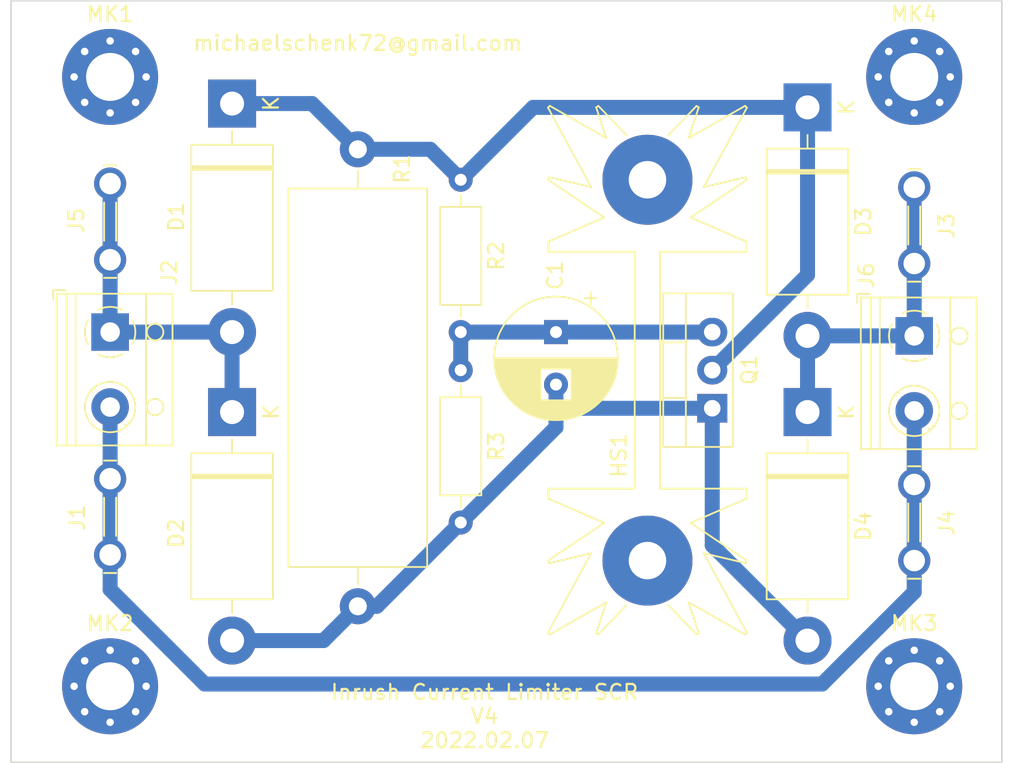
<source format=kicad_pcb>
(kicad_pcb (version 20211014) (generator pcbnew)
  (layers (0 "F.Cu" signal) (31 "B.Cu" signal) (34 "B.Paste" user) (35 "F.Paste" user) (36 "B.SilkS" user "B.Silkscreen") (37 "F.SilkS" user "F.Silkscreen") (38 "B.Mask" user) (39 "F.Mask" user) (44 "Edge.Cuts" user))
  (net 0 "")
  (net 1 "Net-(C1-Pad1)")
  (net 2 "Net-(C1-Pad2)")
  (net 3 "Net-(D1-Pad1)")
  (net 4 "Net-(D1-Pad2)")
  (net 5 "Net-(D3-Pad2)")
  (net 6 "Net-(J1-Pad1)")
  (footprint "Diode_THT:D_DO-201AD_P15.24mm_Horizontal" (layer "F.Cu") (at 131.826 83.312 -90)
    (fp_text reference "D4" (at 7.62 -3.72 90) (layer "F.SilkS"))
    (fp_text value "1N5404")
    (fp_text user "K" (at 0 -2.6 90) (layer "F.SilkS"))
    (fp_line (start 4.415 -2.72) (end 4.415 2.72) (layer "F.SilkS") (width 0.12))
    (fp_line (start 13.4 0) (end 12.49 0) (layer "F.SilkS") (width 0.12))
    (fp_line (start 12.49 -2.72) (end 2.75 -2.72) (layer "F.SilkS") (width 0.12))
    (fp_line (start 12.49 2.72) (end 12.49 -2.72) (layer "F.SilkS") (width 0.12))
    (fp_line (start 1.84 0) (end 2.75 0) (layer "F.SilkS") (width 0.12))
    (fp_line (start 4.175 -2.72) (end 4.175 2.72) (layer "F.SilkS") (width 0.12))
    (fp_line (start 4.295 -2.72) (end 4.295 2.72) (layer "F.SilkS") (width 0.12))
    (fp_line (start 2.75 -2.72) (end 2.75 2.72) (layer "F.SilkS") (width 0.12))
    (fp_line (start 2.75 2.72) (end 12.49 2.72) (layer "F.SilkS") (width 0.12))
    (pad "1" thru_hole rect (at 0 0 270) (size 3.2 3.2) (drill 1.6) (layers *.Cu *.Mask) (net 5 "Net-(D3-Pad2)"))
    (pad "2" thru_hole oval (at 15.24 0 270) (size 3.2 3.2) (drill 1.6) (layers *.Cu *.Mask) (net 2 "Net-(C1-Pad2)"))
  )
  (footprint "Resistor_THT:R_Axial_DIN0207_L6.3mm_D2.5mm_P10.16mm_Horizontal" (layer "F.Cu") (at 108.712 67.818 -90)
    (fp_text reference "R2" (at 5.08 -2.37 90) (layer "F.SilkS"))
    (fp_text value "910k")
    (fp_line (start 9.12 0) (end 8.35 0) (layer "F.SilkS") (width 0.12))
    (fp_line (start 1.04 0) (end 1.81 0) (layer "F.SilkS") (width 0.12))
    (fp_line (start 1.81 1.37) (end 8.35 1.37) (layer "F.SilkS") (width 0.12))
    (fp_line (start 1.81 -1.37) (end 1.81 1.37) (layer "F.SilkS") (width 0.12))
    (fp_line (start 8.35 -1.37) (end 1.81 -1.37) (layer "F.SilkS") (width 0.12))
    (fp_line (start 8.35 1.37) (end 8.35 -1.37) (layer "F.SilkS") (width 0.12))
    (pad "1" thru_hole circle (at 0 0 270) (size 1.6 1.6) (drill 0.8) (layers *.Cu *.Mask) (net 3 "Net-(D1-Pad1)"))
    (pad "2" thru_hole oval (at 10.16 0 270) (size 1.6 1.6) (drill 0.8) (layers *.Cu *.Mask) (net 1 "Net-(C1-Pad1)"))
  )
  (footprint "TerminalBlock_RND:TerminalBlock_RND_205-00012_1x02_P5.00mm_Horizontal" (layer "F.Cu") (at 85.344 77.978 -90)
    (fp_text reference "J2" (at -3.978 -3.956 90) (layer "F.SilkS"))
    (fp_text value "Screw_Terminal_01x02")
    (fp_line (start -2.8 3.8) (end -2.2 3.8) (layer "F.SilkS") (width 0.12))
    (fp_line (start -2.56 -2.4) (end 7.56 -2.4) (layer "F.SilkS") (width 0.12))
    (fp_line (start -2.56 2.9) (end 7.56 2.9) (layer "F.SilkS") (width 0.12))
    (fp_line (start 6.275 -1.069) (end 6.181 -0.976) (layer "F.SilkS") (width 0.12))
    (fp_line (start -2.56 3.561) (end 7.56 3.561) (layer "F.SilkS") (width 0.12))
    (fp_line (start -2.56 -4.16) (end -2.56 3.561) (layer "F.SilkS") (width 0.12))
    (fp_line (start -2.8 2.96) (end -2.8 3.8) (layer "F.SilkS") (width 0.12))
    (fp_line (start -2.56 -4.16) (end 7.56 -4.16) (layer "F.SilkS") (width 0.12))
    (fp_line (start 7.56 -4.16) (end 7.56 3.561) (layer "F.SilkS") (width 0.12))
    (fp_line (start 3.99 1.216) (end 3.931 1.274) (layer "F.SilkS") (width 0.12))
    (fp_line (start -2.56 2.3) (end 7.56 2.3) (layer "F.SilkS") (width 0.12))
    (fp_line (start 3.82 0.976) (end 3.726 1.069) (layer "F.SilkS") (width 0.12))
    (fp_line (start 6.07 -1.275) (end 6.011 -1.216) (layer "F.SilkS") (width 0.12))
    (fp_arc (start -0.789089 -1.483953) (mid -0.00005 -1.680708) (end 0.789 -1.484) (layer "F.SilkS") (width 0.12))
    (fp_arc (start 1.483953 -0.789089) (mid 1.680708 -0.00005) (end 1.484 0.789) (layer "F.SilkS") (width 0.12))
    (fp_arc (start -1.483953 0.789089) (mid -1.680708 0.00005) (end -1.484 -0.789) (layer "F.SilkS") (width 0.12))
    (fp_arc (start 0.788712 1.483352) (mid 0.406429 1.630097) (end 0 1.68) (layer "F.SilkS") (width 0.12))
    (fp_arc (start 0.029383 1.68045) (mid -0.392304 1.634281) (end -0.789 1.484) (layer "F.SilkS") (width 0.12))
    (fp_circle (center 5 0) (end 6.68 0) (layer "F.SilkS") (width 0.12) (fill none))
    (fp_circle (center 5 -3) (end 5.55 -3) (layer "F.SilkS") (width 0.12) (fill none))
    (fp_circle (center 0 -3) (end 0.55 -3) (layer "F.SilkS") (width 0.12) (fill none))
    (pad "1" thru_hole rect (at 0 0 270) (size 2.5 2.5) (drill 1.3) (layers *.Cu *.Mask) (net 4 "Net-(D1-Pad2)"))
    (pad "2" thru_hole circle (at 5 0 270) (size 2.5 2.5) (drill 1.3) (layers *.Cu *.Mask) (net 6 "Net-(J1-Pad1)"))
  )
  (footprint "kicad-snk:TE_62409-1" (layer "F.Cu") (at 138.938 90.678 90)
    (fp_text reference "J4" (at -0.022 2.162 90) (layer "F.SilkS") (effects (font (size 1.001661 1.001661))))
    (fp_text value "Conn_01x02")
    (fp_line (start 3.75 -0.4) (end 3.75 0.4) (layer "F.SilkS") (width 0.127))
    (fp_line (start -1.27 0.4) (end 1.27 0.4) (layer "F.SilkS") (width 0.127))
    (fp_line (start -3.75 -0.4) (end -3.75 0.4) (layer "F.SilkS") (width 0.127))
    (fp_line (start -1.27 -0.4) (end 1.27 -0.4) (layer "F.SilkS") (width 0.127))
    (pad "1" thru_hole circle (at -2.54 0 90) (size 2.145 2.145) (drill 1.43) (layers *.Cu *.Mask) (net 6 "Net-(J1-Pad1)"))
    (pad "2" thru_hole circle (at 2.54 0 90) (size 2.145 2.145) (drill 1.43) (layers *.Cu *.Mask) (net 6 "Net-(J1-Pad1)"))
  )
  (footprint "kicad-snk:TE_62409-1" (layer "F.Cu") (at 85.344 90.297 -90)
    (fp_text reference "J1" (at 0.053 2.194 90) (layer "F.SilkS") (effects (font (size 1.001661 1.001661))))
    (fp_text value "Conn_01x02")
    (fp_line (start -1.27 0.4) (end 1.27 0.4) (layer "F.SilkS") (width 0.127))
    (fp_line (start -1.27 -0.4) (end 1.27 -0.4) (layer "F.SilkS") (width 0.127))
    (fp_line (start 3.75 -0.4) (end 3.75 0.4) (layer "F.SilkS") (width 0.127))
    (fp_line (start -3.75 -0.4) (end -3.75 0.4) (layer "F.SilkS") (width 0.127))
    (pad "1" thru_hole circle (at -2.54 0 270) (size 2.145 2.145) (drill 1.43) (layers *.Cu *.Mask) (net 6 "Net-(J1-Pad1)"))
    (pad "2" thru_hole circle (at 2.54 0 270) (size 2.145 2.145) (drill 1.43) (layers *.Cu *.Mask) (net 6 "Net-(J1-Pad1)"))
  )
  (footprint "kicad-snk:TE_62409-1" (layer "F.Cu") (at 138.938 70.866 -90)
    (fp_text reference "J3" (at 0.034 -2.162 90) (layer "F.SilkS") (effects (font (size 1.001661 1.001661))))
    (fp_text value "Conn_01x02")
    (fp_line (start 3.75 -0.4) (end 3.75 0.4) (layer "F.SilkS") (width 0.127))
    (fp_line (start -3.75 -0.4) (end -3.75 0.4) (layer "F.SilkS") (width 0.127))
    (fp_line (start -1.27 -0.4) (end 1.27 -0.4) (layer "F.SilkS") (width 0.127))
    (fp_line (start -1.27 0.4) (end 1.27 0.4) (layer "F.SilkS") (width 0.127))
    (pad "1" thru_hole circle (at -2.54 0 270) (size 2.145 2.145) (drill 1.43) (layers *.Cu *.Mask) (net 5 "Net-(D3-Pad2)"))
    (pad "2" thru_hole circle (at 2.54 0 270) (size 2.145 2.145) (drill 1.43) (layers *.Cu *.Mask) (net 5 "Net-(D3-Pad2)"))
  )
  (footprint "MountingHole:MountingHole_3.2mm_M3_Pad_Via" (layer "F.Cu") (at 85.344 60.96)
    (fp_text reference "MK1" (at 0 -4.2) (layer "F.SilkS"))
    (fp_text value "Mounting_Hole_PAD")
    (pad "1" thru_hole circle (at 0 2.4) (size 0.8 0.8) (drill 0.5) (layers *.Cu *.Mask))
    (pad "1" thru_hole circle (at -2.4 0) (size 0.8 0.8) (drill 0.5) (layers *.Cu *.Mask))
    (pad "1" thru_hole circle (at 0 0) (size 6.4 6.4) (drill 3.2) (layers *.Cu *.Mask))
    (pad "1" thru_hole circle (at -1.697056 1.697056) (size 0.8 0.8) (drill 0.5) (layers *.Cu *.Mask))
    (pad "1" thru_hole circle (at 0 -2.4) (size 0.8 0.8) (drill 0.5) (layers *.Cu *.Mask))
    (pad "1" thru_hole circle (at 1.697056 1.697056) (size 0.8 0.8) (drill 0.5) (layers *.Cu *.Mask))
    (pad "1" thru_hole circle (at 1.697056 -1.697056) (size 0.8 0.8) (drill 0.5) (layers *.Cu *.Mask))
    (pad "1" thru_hole circle (at -1.697056 -1.697056) (size 0.8 0.8) (drill 0.5) (layers *.Cu *.Mask))
    (pad "1" thru_hole circle (at 2.4 0) (size 0.8 0.8) (drill 0.5) (layers *.Cu *.Mask))
  )
  (footprint "Package_TO_SOT_THT:TO-220-3_Vertical" (layer "F.Cu") (at 125.476 83.058 90)
    (fp_text reference "Q1" (at 2.558 2.474 90) (layer "F.SilkS"))
    (fp_text value "S6010RS2TP")
    (fp_line (start 4.391 -3.27) (end 4.391 -1.76) (layer "F.SilkS") (width 0.12))
    (fp_line (start -2.58 -1.76) (end 7.66 -1.76) (layer "F.SilkS") (width 0.12))
    (fp_line (start 0.69 -3.27) (end 0.69 -1.76) (layer "F.SilkS") (width 0.12))
    (fp_line (start -2.58 -3.27) (end -2.58 1.371) (layer "F.SilkS") (width 0.12))
    (fp_line (start 7.66 -3.27) (end 7.66 1.371) (layer "F.SilkS") (width 0.12))
    (fp_line (start -2.58 -3.27) (end 7.66 -3.27) (layer "F.SilkS") (width 0.12))
    (fp_line (start -2.58 1.371) (end 7.66 1.371) (layer "F.SilkS") (width 0.12))
    (pad "1" thru_hole rect (at 0 0 90) (size 1.905 2) (drill 1.1) (layers *.Cu *.Mask) (net 2 "Net-(C1-Pad2)"))
    (pad "2" thru_hole oval (at 2.54 0 90) (size 1.905 2) (drill 1.1) (layers *.Cu *.Mask) (net 3 "Net-(D1-Pad1)"))
    (pad "3" thru_hole oval (at 5.08 0 90) (size 1.905 2) (drill 1.1) (layers *.Cu *.Mask) (net 1 "Net-(C1-Pad1)"))
  )
  (footprint "TerminalBlock_RND:TerminalBlock_RND_205-00012_1x02_P5.00mm_Horizontal" (layer "F.Cu") (at 138.938 78.232 -90)
    (fp_text reference "J6" (at -4.032 3.188 90) (layer "F.SilkS"))
    (fp_text value "Screw_Terminal_01x02")
    (fp_line (start -2.56 -4.16) (end -2.56 3.561) (layer "F.SilkS") (width 0.12))
    (fp_line (start 6.275 -1.069) (end 6.181 -0.976) (layer "F.SilkS") (width 0.12))
    (fp_line (start 3.82 0.976) (end 3.726 1.069) (layer "F.SilkS") (width 0.12))
    (fp_line (start -2.56 3.561) (end 7.56 3.561) (layer "F.SilkS") (width 0.12))
    (fp_line (start 7.56 -4.16) (end 7.56 3.561) (layer "F.SilkS") (width 0.12))
    (fp_line (start -2.8 3.8) (end -2.2 3.8) (layer "F.SilkS") (width 0.12))
    (fp_line (start -2.56 -4.16) (end 7.56 -4.16) (layer "F.SilkS") (width 0.12))
    (fp_line (start -2.56 -2.4) (end 7.56 -2.4) (layer "F.SilkS") (width 0.12))
    (fp_line (start -2.56 2.9) (end 7.56 2.9) (layer "F.SilkS") (width 0.12))
    (fp_line (start -2.56 2.3) (end 7.56 2.3) (layer "F.SilkS") (width 0.12))
    (fp_line (start 6.07 -1.275) (end 6.011 -1.216) (layer "F.SilkS") (width 0.12))
    (fp_line (start -2.8 2.96) (end -2.8 3.8) (layer "F.SilkS") (width 0.12))
    (fp_line (start 3.99 1.216) (end 3.931 1.274) (layer "F.SilkS") (width 0.12))
    (fp_arc (start 1.483953 -0.789089) (mid 1.680708 -0.00005) (end 1.484 0.789) (layer "F.SilkS") (width 0.12))
    (fp_arc (start -1.483953 0.789089) (mid -1.680708 0.00005) (end -1.484 -0.789) (layer "F.SilkS") (width 0.12))
    (fp_arc (start 0.788712 1.483352) (mid 0.406429 1.630097) (end 0 1.68) (layer "F.SilkS") (width 0.12))
    (fp_arc (start -0.789089 -1.483953) (mid -0.00005 -1.680708) (end 0.789 -1.484) (layer "F.SilkS") (width 0.12))
    (fp_arc (start 0.029383 1.68045) (mid -0.392304 1.634281) (end -0.789 1.484) (layer "F.SilkS") (width 0.12))
    (fp_circle (center 5 -3) (end 5.55 -3) (layer "F.SilkS") (width 0.12) (fill none))
    (fp_circle (center 0 -3) (end 0.55 -3) (layer "F.SilkS") (width 0.12) (fill none))
    (fp_circle (center 5 0) (end 6.68 0) (layer "F.SilkS") (width 0.12) (fill none))
    (pad "1" thru_hole rect (at 0 0 270) (size 2.5 2.5) (drill 1.3) (layers *.Cu *.Mask) (net 5 "Net-(D3-Pad2)"))
    (pad "2" thru_hole circle (at 5 0 270) (size 2.5 2.5) (drill 1.3) (layers *.Cu *.Mask) (net 6 "Net-(J1-Pad1)"))
  )
  (footprint "MountingHole:MountingHole_3.2mm_M3_Pad_Via" (layer "F.Cu") (at 138.938 60.96)
    (fp_text reference "MK4" (at 0 -4.2) (layer "F.SilkS"))
    (fp_text value "Mounting_Hole_PAD")
    (pad "1" thru_hole circle (at -1.697056 -1.697056) (size 0.8 0.8) (drill 0.5) (layers *.Cu *.Mask))
    (pad "1" thru_hole circle (at 0 2.4) (size 0.8 0.8) (drill 0.5) (layers *.Cu *.Mask))
    (pad "1" thru_hole circle (at 2.4 0) (size 0.8 0.8) (drill 0.5) (layers *.Cu *.Mask))
    (pad "1" thru_hole circle (at -2.4 0) (size 0.8 0.8) (drill 0.5) (layers *.Cu *.Mask))
    (pad "1" thru_hole circle (at -1.697056 1.697056) (size 0.8 0.8) (drill 0.5) (layers *.Cu *.Mask))
    (pad "1" thru_hole circle (at 1.697056 1.697056) (size 0.8 0.8) (drill 0.5) (layers *.Cu *.Mask))
    (pad "1" thru_hole circle (at 0 -2.4) (size 0.8 0.8) (drill 0.5) (layers *.Cu *.Mask))
    (pad "1" thru_hole circle (at 0 0) (size 6.4 6.4) (drill 3.2) (layers *.Cu *.Mask))
    (pad "1" thru_hole circle (at 1.697056 -1.697056) (size 0.8 0.8) (drill 0.5) (layers *.Cu *.Mask))
  )
  (footprint "Diode_THT:D_DO-201AD_P15.24mm_Horizontal" (layer "F.Cu") (at 93.472 62.738 -90)
    (fp_text reference "D1" (at 7.562 3.722 90) (layer "F.SilkS"))
    (fp_text value "1N5404")
    (fp_text user "K" (at 0 -2.6 90) (layer "F.SilkS"))
    (fp_line (start 2.75 2.72) (end 12.49 2.72) (layer "F.SilkS") (width 0.12))
    (fp_line (start 13.4 0) (end 12.49 0) (layer "F.SilkS") (width 0.12))
    (fp_line (start 1.84 0) (end 2.75 0) (layer "F.SilkS") (width 0.12))
    (fp_line (start 12.49 2.72) (end 12.49 -2.72) (layer "F.SilkS") (width 0.12))
    (fp_line (start 4.295 -2.72) (end 4.295 2.72) (layer "F.SilkS") (width 0.12))
    (fp_line (start 4.415 -2.72) (end 4.415 2.72) (layer "F.SilkS") (width 0.12))
    (fp_line (start 4.175 -2.72) (end 4.175 2.72) (layer "F.SilkS") (width 0.12))
    (fp_line (start 2.75 -2.72) (end 2.75 2.72) (layer "F.SilkS") (width 0.12))
    (fp_line (start 12.49 -2.72) (end 2.75 -2.72) (layer "F.SilkS") (width 0.12))
    (pad "1" thru_hole rect (at 0 0 270) (size 3.2 3.2) (drill 1.6) (layers *.Cu *.Mask) (net 3 "Net-(D1-Pad1)"))
    (pad "2" thru_hole oval (at 15.24 0 270) (size 3.2 3.2) (drill 1.6) (layers *.Cu *.Mask) (net 4 "Net-(D1-Pad2)"))
  )
  (footprint "Capacitor_THT:CP_Radial_D8.0mm_P3.50mm" (layer "F.Cu") (at 115.062 77.978 -90)
    (fp_text reference "C1" (at -3.778 0.062 90) (layer "F.SilkS"))
    (fp_text value "100uF/50V")
    (fp_line (start 3.911 -3.469) (end 3.911 -1.04) (layer "F.SilkS") (width 0.12))
    (fp_line (start 3.071 1.04) (end 3.071 3.863) (layer "F.SilkS") (width 0.12))
    (fp_line (start 2.39 -4.03) (end 2.39 4.03) (layer "F.SilkS") (width 0.12))
    (fp_line (start 4.231 -3.25) (end 4.231 -1.04) (layer "F.SilkS") (width 0.12))
    (fp_line (start 4.711 -2.826) (end 4.711 2.826) (layer "F.SilkS") (width 0.12))
    (fp_line (start 4.111 -3.338) (end 4.111 -1.04) (layer "F.SilkS") (width 0.12))
    (fp_line (start 2.631 -3.985) (end 2.631 -1.04) (layer "F.SilkS") (width 0.12))
    (fp_line (start 5.271 -2.102) (end 5.271 2.102) (layer "F.SilkS") (width 0.12))
    (fp_line (start 5.511 -1.645) (end 5.511 1.645) (layer "F.SilkS") (width 0.12))
    (fp_line (start 2.631 1.04) (end 2.631 3.985) (layer "F.SilkS") (width 0.12))
    (fp_line (start 2.671 -3.976) (end 2.671 -1.04) (layer "F.SilkS") (width 0.12))
    (fp_line (start 3.711 -3.584) (end 3.711 -1.04) (layer "F.SilkS") (width 0.12))
    (fp_line (start 5.191 -2.228) (end 5.191 2.228) (layer "F.SilkS") (width 0.12))
    (fp_line (start 3.351 -3.757) (end 3.351 -1.04) (layer "F.SilkS") (width 0.12))
    (fp_line (start 3.831 1.04) (end 3.831 3.517) (layer "F.SilkS") (width 0.12))
    (fp_line (start 4.671 -2.867) (end 4.671 2.867) (layer "F.SilkS") (width 0.12))
    (fp_line (start 3.271 1.04) (end 3.271 3.79) (layer "F.SilkS") (width 0.12))
    (fp_line (start 4.271 -3.22) (end 4.271 -1.04) (layer "F.SilkS") (width 0.12))
    (fp_line (start 5.551 -1.552) (end 5.551 1.552) (layer "F.SilkS") (width 0.12))
    (fp_line (start 3.591 -3.647) (end 3.591 -1.04) (layer "F.SilkS") (width 0.12))
    (fp_line (start 4.351 -3.156) (end 4.351 -1.04) (layer "F.SilkS") (width 0.12))
    (fp_line (start 2.671 1.04) (end 2.671 3.976) (layer "F.SilkS") (width 0.12))
    (fp_line (start 3.071 -3.863) (end 3.071 -1.04) (layer "F.SilkS") (width 0.12))
    (fp_line (start 3.951 1.04) (end 3.951 3.444) (layer "F.SilkS") (width 0.12))
    (fp_line (start 2.23 -4.052) (end 2.23 4.052) (layer "F.SilkS") (width 0.12))
    (fp_line (start 5.631 -1.346) (end 5.631 1.346) (layer "F.SilkS") (width 0.12))
    (fp_line (start 3.391 1.04) (end 3.391 3.74) (layer "F.SilkS") (width 0.12))
    (fp_line (start 2.711 1.04) (end 2.711 3.967) (layer "F.SilkS") (width 0.12))
    (fp_line (start 4.071 -3.365) (end 4.071 -1.04) (layer "F.SilkS") (width 0.12))
    (fp_line (start 2.15 -4.061) (end 2.15 4.061) (layer "F.SilkS") (width 0.12))
    (fp_line (start 2.791 1.04) (end 2.791 3.947) (layer "F.SilkS") (width 0.12))
    (fp_line (start 2.751 1.04) (end 2.751 3.957) (layer "F.SilkS") (width 0.12))
    (fp_line (start 4.431 -3.09) (end 4.431 -1.04) (layer "F.SilkS") (width 0.12))
    (fp_line (start 5.031 -2.454) (end 5.031 2.454) (layer "F.SilkS") (width 0.12))
    (fp_line (start 3.791 -3.54) (end 3.791 -1.04) (layer "F.SilkS") (width 0.12))
    (fp_line (start 5.071 -2.4) (end 5.071 2.4) (layer "F.SilkS") (width 0.12))
    (fp_line (start 2.911 1.04) (end 2.911 3.914) (layer "F.SilkS") (width 0.12))
    (fp_line (start 3.111 1.04) (end 3.111 3.85) (layer "F.SilkS") (width 0.12))
    (fp_line (start 3.591 1.04) (end 3.591 3.647) (layer "F.SilkS") (width 0.12))
    (fp_line (start 3.511 1.04) (end 3.511 3.686) (layer "F.SilkS") (width 0.12))
    (fp_line (start 2.35 -4.037) (end 2.35 4.037) (layer "F.SilkS") (width 0.12))
    (fp_line (start 4.111 1.04) (end 4.111 3.338) (layer "F.SilkS") (width 0.12))
    (fp_line (start 2.871 -3.925) (end 2.871 -1.04) (layer "F.SilkS") (width 0.12))
    (fp_line (start 3.991 -3.418) (end 3.991 -1.04) (layer "F.SilkS") (width 0.12))
    (fp_line (start 1.87 -4.079) (end 1.87 4.079) (layer "F.SilkS") (width 0.12))
    (fp_line (start 4.471 -3.055) (end 4.471 -1.04) (layer "F.SilkS") (width 0.12))
    (fp_line (start 5.671 -1.229) (end 5.671 1.229) (layer "F.SilkS") (width 0.12))
    (fp_line (start 3.151 1.04) (end 3.151 3.835) (layer "F.SilkS") (width 0.12))
    (fp_line (start 5.471 -1.731) (end 5.471 1.731) (layer "F.SilkS") (width 0.12))
    (fp_line (start 2.551 -4.002) (end 2.551 -1.04) (layer "F.SilkS") (width 0.12))
    (fp_line (start 2.951 1.04) (end 2.951 3.902) (layer "F.SilkS") (width 0.12))
    (fp_line (start 4.311 -3.189) (end 4.311 -1.04) (layer "F.SilkS") (width 0.12))
    (fp_line (start 3.911 1.04) (end 3.911 3.469) (layer "F.SilkS") (width 0.12))
    (fp_line (start 2.07 -4.068) (end 2.07 4.068) (layer "F.SilkS") (width 0.12))
    (fp_line (start 4.511 -3.019) (end 4.511 -1.04) (layer "F.SilkS") (width 0.12))
    (fp_line (start 4.831 -2.697) (end 4.831 2.697) (layer "F.SilkS") (width 0.12))
    (fp_line (start 5.151 -2.287) (end 5.151 2.287) (layer "F.SilkS") (width 0.12))
    (fp_line (start 2.11 -4.065) (end 2.11 4.065) (layer "F.SilkS") (width 0.12))
    (fp_line (start 3.671 -3.606) (end 3.671 -1.04) (layer "F.SilkS") (width 0.12))
    (fp_line (start 4.631 -2.907) (end 4.631 2.907) (layer "F.SilkS") (width 0.12))
    (fp_line (start 5.751 -0.948) (end 5.751 0.948) (layer "F.SilkS") (width 0.12))
    (fp_line (start 3.631 1.04) (end 3.631 3.627) (layer "F.SilkS") (width 0.12))
    (fp_line (start 3.431 -3.722) (end 3.431 -1.04) (layer "F.SilkS") (width 0.12))
    (fp_line (start 4.071 1.04) (end 4.071 3.365) (layer "F.SilkS") (width 0.12))
    (fp_line (start 1.95 -4.076) (end 1.95 4.076) (layer "F.SilkS") (width 0.12))
    (fp_line (start 3.111 -3.85) (end 3.111 -1.04) (layer "F.SilkS") (width 0.12))
    (fp_line (start 2.471 -4.017) (end 2.471 -1.04) (layer "F.SilkS") (width 0.12))
    (fp_line (start 2.831 -3.936) (end 2.831 -1.04) (layer "F.SilkS") (width 0.12))
    (fp_line (start 3.471 -3.704) (end 3.471 -1.04) (layer "F.SilkS") (width 0.12))
    (fp_line (start 3.311 -3.774) (end 3.311 -1.04) (layer "F.SilkS") (width 0.12))
    (fp_line (start 3.631 -3.627) (end 3.631 -1.04) (layer "F.SilkS") (width 0.12))
    (fp_line (start 4.431 1.04) (end 4.431 3.09) (layer "F.SilkS") (width 0.12))
    (fp_line (start 4.951 -2.556) (end 4.951 2.556) (layer "F.SilkS") (width 0.12))
    (fp_line (start 1.91 -4.077) (end 1.91 4.077) (layer "F.SilkS") (width 0.12))
    (fp_line (start 3.151 -3.835) (end 3.151 -1.04) (layer "F.SilkS") (width 0.12))
    (fp_line (start 3.551 -3.666) (end 3.551 -1.04) (layer "F.SilkS") (width 0.12))
    (fp_line (start 3.871 1.04) (end 3.871 3.493) (layer "F.SilkS") (width 0.12))
    (fp_line (start 3.191 1.04) (end 3.191 3.821) (layer "F.SilkS") (width 0.12))
    (fp_line (start 4.511 1.04) (end 4.511 3.019) (layer "F.SilkS") (width 0.12))
    (fp_line (start 2.991 1.04) (end 2.991 3.889) (layer "F.SilkS") (width 0.12))
    (fp_line (start 3.231 -3.805) (end 3.231 -1.04) (layer "F.SilkS") (width 0.12))
    (fp_line (start 2.511 1.04) (end 2.511 4.01) (layer "F.SilkS") (width 0.12))
    (fp_line (start 5.391 -1.89) (end 5.391 1.89) (layer "F.SilkS") (width 0.12))
    (fp_line (start 5.591 -1.453) (end 5.591 1.453) (layer "F.SilkS") (width 0.12))
    (fp_line (start 3.391 -3.74) (end 3.391 -1.04) (layer "F.SilkS") (width 0.12))
    (fp_line (start 4.871 -2.651) (end 4.871 2.651) (layer "F.SilkS") (width 0.12))
    (fp_line (start 2.871 1.04) (end 2.871 3.925) (layer "F.SilkS") (width 0.12))
    (fp_line (start 3.231 1.04) (end 3.231 3.805) (layer "F.SilkS") (width 0.12))
    (fp_line (start 5.431 -1.813) (end 5.431 1.813) (layer "F.SilkS") (width 0.12))
    (fp_line (start 4.151 -3.309) (end 4.151 -1.04) (layer "F.SilkS") (width 0.12))
    (fp_line (start 3.271 -3.79) (end 3.271 -1.04) (layer "F.SilkS") (width 0.12))
    (fp_line (start 3.031 1.04) (end 3.031 3.877) (layer "F.SilkS") (width 0.12))
    (fp_line (start 2.27 -4.048) (end 2.27 4.048) (layer "F.SilkS") (width 0.12))
    (fp_line (start 2.03 -4.071) (end 2.03 4.071) (layer "F.SilkS") (width 0.12))
    (fp_line (start 2.551 1.04) (end 2.551 4.002) (layer "F.SilkS") (width 0.12))
    (fp_line (start 5.791 -0.768) (end 5.791 0.768) (layer "F.SilkS") (width 0.12))
    (fp_line (start 3.431 1.04) (end 3.431 3.722) (layer "F.SilkS") (width 0.12))
    (fp_line (start 4.191 1.04) (end 4.191 3.28) (layer "F.SilkS") (width 0.12))
    (fp_line (start 4.031 1.04) (end 4.031 3.392) (layer "F.SilkS") (width 0.12))
    (fp_line (start 3.951 -3.444) (end 3.951 -1.04) (layer "F.SilkS") (width 0.12))
    (fp_line (start 4.031 -3.392) (end 4.031 -1.04) (layer "F.SilkS") (width 0.12))
    (fp_line (start 2.751 -3.957) (end 2.751 -1.04) (layer "F.SilkS") (width 0.12))
    (fp_line (start 4.751 -2.784) (end 4.751 2.784) (layer "F.SilkS") (width 0.12))
    (fp_line (start 3.671 1.04) (end 3.671 3.606) (layer "F.SilkS") (width 0.12))
    (fp_line (start 3.711 1.04) (end 3.711 3.584) (layer "F.SilkS") (width 0.12))
    (fp_line (start -2.659698 -2.315) (end -1.859698 -2.315) (layer "F.SilkS") (width 0.12))
    (fp_line (start 3.991 1.04) (end 3.991 3.418) (layer "F.SilkS") (width 0.12))
    (fp_line (start 4.911 -2.604) (end 4.911 2.604) (layer "F.SilkS") (width 0.12))
    (fp_line (start 2.951 -3.902) (end 2.951 -1.04) (layer "F.SilkS") (width 0.12))
    (fp_line (start 5.311 -2.034) (end 5.311 2.034) (layer "F.SilkS") (width 0.12))
    (fp_line (start 2.43 -4.024) (end 2.43 4.024) (layer "F.SilkS") (width 0.12))
    (fp_line (start 3.751 1.04) (end 3.751 3.562) (layer "F.SilkS") (width 0.12))
    (fp_line (start 4.391 1.04) (end 4.391 3.124) (layer "F.SilkS") (width 0.12))
    (fp_line (start 1.75 -4.08) (end 1.75 4.08) (layer "F.SilkS") (width 0.12))
    (fp_line (start 2.831 1.04) (end 2.831 3.936) (layer "F.SilkS") (width 0.12))
    (fp_line (start 2.19 -4.057) (end 2.19 4.057) (layer "F.SilkS") (width 0.12))
    (fp_line (start 5.231 -2.166) (end 5.231 2.166) (layer "F.SilkS") (width 0.12))
    (fp_line (start 2.591 -3.994) (end 2.591 -1.04) (layer "F.SilkS") (width 0.12))
    (fp_line (start 1.99 -4.074) (end 1.99 4.074) (layer "F.SilkS") (width 0.12))
    (fp_line (start 3.511 -3.686) (end 3.511 -1.04) (layer "F.SilkS") (width 0.12))
    (fp_line (start 5.111 -2.345) (end 5.111 2.345) (layer "F.SilkS") (width 0.12))
    (fp_line (start 4.791 -2.741) (end 4.791 2.741) (layer "F.SilkS") (width 0.12))
    (fp_line (start 2.791 -3.947) (end 2.791 -1.04) (layer "F.SilkS") (width 0.12))
    (fp_line (start 2.711 -3.967) (end 2.711 -1.04) (layer "F.SilkS") (width 0.12))
    (fp_line (start 5.831 -0.533) (end 5.831 0.533) (layer "F.SilkS") (width 0.12))
    (fp_line (start 3.831 -3.517) (end 3.831 -1.04) (layer "F.SilkS") (width 0.12))
    (fp_line (start 3.471 1.04) (end 3.471 3.704) (layer "F.SilkS") (width 0.12))
    (fp_line (start 3.351 1.04) (end 3.351 3.757) (layer "F.SilkS") (width 0.12))
    (fp_line (start 4.551 -2.983) (end 4.551 2.983) (layer "F.SilkS") (width 0.12))
    (fp_line (start 4.991 -2.505) (end 4.991 2.505) (layer "F.SilkS") (width 0.12))
    (fp_line (start 3.311 1.04) (end 3.311 3.774) (layer "F.SilkS") (width 0.12))
    (fp_line (start 2.511 -4.01) (end 2.511 -1.04) (layer "F.SilkS") (width 0.12))
    (fp_line (start 1.83 -4.08) (end 1.83 4.08) (layer "F.SilkS") (width 0.12))
    (fp_line (start 4.271 1.04) (end 4.271 3.22) (layer "F.SilkS") (width 0.12))
    (fp_line (start 3.031 -3.877) (end 3.031 -1.04) (layer "F.SilkS") (width 0.12))
    (fp_line (start 4.151 1.04) (end 4.151 3.309) (layer "F.SilkS") (width 0.12))
    (fp_line (start 2.471 1.04) (end 2.471 4.017) (layer "F.SilkS") (width 0.12))
    (fp_line (start 3.551 1.04) (end 3.551 3.666) (layer "F.SilkS") (width 0.12))
    (fp_line (start 4.231 1.04) (end 4.231 3.25) (layer "F.SilkS") (width 0.12))
    (fp_line (start 3.191 -3.821) (end 3.191 -1.04) (layer "F.SilkS") (width 0.12))
    (fp_line (start 3.791 1.04) (end 3.791 3.54) (layer "F.SilkS") (width 0.12))
    (fp_line (start 1.79 -4.08) (end 1.79 4.08) (layer "F.SilkS") (width 0.12))
    (fp_line (start 4.191 -3.28) (end 4.191 -1.04) (layer "F.SilkS") (width 0.12))
    (fp_line (start 2.911 -3.914) (end 2.911 -1.04) (layer "F.SilkS") (width 0.12))
    (fp_line (start 2.591 1.04) (end 2.591 3.994) (layer "F.SilkS") (width 0.12))
    (fp_line (start -2.259698 -2.715) (end -2.259698 -1.915) (layer "F.SilkS") (width 0.12))
    (fp_line (start 2.991 -3.889) (end 2.991 -1.04) (layer "F.SilkS") (width 0.12))
    (fp_line (start 4.591 -2.945) (end 4.591 2.945) (layer "F.SilkS") (width 0.12))
    (fp_line (start 2.31 -4.042) (end 2.31 4.042) (layer "F.SilkS") (width 0.12))
    (fp_line (start 3.871 -3.493) (end 3.871 -1.04) (layer "F.SilkS") (width 0.12))
    (fp_line (start 5.711 -1.098) (end 5.711 1.098) (layer "F.SilkS") (width 0.12))
    (fp_line (start 4.471 1.04) (end 4.471 3.055) (layer "F.SilkS") (width 0.12))
    (fp_line (start 3.751 -3.562) (end 3.751 -1.04) (layer "F.SilkS") (width 0.12))
    (fp_line (start 4.311 1.04) (end 4.311 3.189) (layer "F.SilkS") (width 0.12))
    (fp_line (start 5.351 -1.964) (end 5.351 1.964) (layer "F.SilkS") (width 0.12))
    (fp_line (start 4.391 -3.124) (end 4.391 -1.04) (layer "F.SilkS") (width 0.12))
    (fp_line (start 4.351 1.04) (end 4.351 3.156) (layer "F.SilkS") (width 0.12))
    (fp_circle (center 1.75 0) (end 5.87 0) (layer "F.SilkS") (width 0.12) (fill none))
    (pad "1" thru_hole rect (at 0 0 270) (size 1.6 1.6) (drill 0.8) (layers *.Cu *.Mask) (net 1 "Net-(C1-Pad1)"))
    (pad "2" thru_hole circle (at 3.5 0 270) (size 1.6 1.6) (drill 0.8) (layers *.Cu *.Mask) (net 2 "Net-(C1-Pad2)"))
  )
  (footprint "Resistor_THT:R_Axial_DIN0207_L6.3mm_D2.5mm_P10.16mm_Horizontal" (layer "F.Cu") (at 108.712 80.518 -90)
    (fp_text reference "R3" (at 5.08 -2.37 90) (layer "F.SilkS"))
    (fp_text value "69k")
    (fp_line (start 8.35 -1.37) (end 1.81 -1.37) (layer "F.SilkS") (width 0.12))
    (fp_line (start 1.04 0) (end 1.81 0) (layer "F.SilkS") (width 0.12))
    (fp_line (start 1.81 1.37) (end 8.35 1.37) (layer "F.SilkS") (width 0.12))
    (fp_line (start 1.81 -1.37) (end 1.81 1.37) (layer "F.SilkS") (width 0.12))
    (fp_line (start 8.35 1.37) (end 8.35 -1.37) (layer "F.SilkS") (width 0.12))
    (fp_line (start 9.12 0) (end 8.35 0) (layer "F.SilkS") (width 0.12))
    (pad "1" thru_hole circle (at 0 0 270) (size 1.6 1.6) (drill 0.8) (layers *.Cu *.Mask) (net 1 "Net-(C1-Pad1)"))
    (pad "2" thru_hole oval (at 10.16 0 270) (size 1.6 1.6) (drill 0.8) (layers *.Cu *.Mask) (net 2 "Net-(C1-Pad2)"))
  )
  (footprint "Diode_THT:D_DO-201AD_P15.24mm_Horizontal" (layer "F.Cu") (at 131.826 62.992 -90)
    (fp_text reference "D3" (at 7.62 -3.72 90) (layer "F.SilkS"))
    (fp_text value "1N5404")
    (fp_text user "K" (at 0 -2.6 90) (layer "F.SilkS"))
    (fp_line (start 2.75 -2.72) (end 2.75 2.72) (layer "F.SilkS") (width 0.12))
    (fp_line (start 12.49 2.72) (end 12.49 -2.72) (layer "F.SilkS") (width 0.12))
    (fp_line (start 4.295 -2.72) (end 4.295 2.72) (layer "F.SilkS") (width 0.12))
    (fp_line (start 4.415 -2.72) (end 4.415 2.72) (layer "F.SilkS") (width 0.12))
    (fp_line (start 12.49 -2.72) (end 2.75 -2.72) (layer "F.SilkS") (width 0.12))
    (fp_line (start 1.84 0) (end 2.75 0) (layer "F.SilkS") (width 0.12))
    (fp_line (start 13.4 0) (end 12.49 0) (layer "F.SilkS") (width 0.12))
    (fp_line (start 4.175 -2.72) (end 4.175 2.72) (layer "F.SilkS") (width 0.12))
    (fp_line (start 2.75 2.72) (end 12.49 2.72) (layer "F.SilkS") (width 0.12))
    (pad "1" thru_hole rect (at 0 0 270) (size 3.2 3.2) (drill 1.6) (layers *.Cu *.Mask) (net 3 "Net-(D1-Pad1)"))
    (pad "2" thru_hole oval (at 15.24 0 270) (size 3.2 3.2) (drill 1.6) (layers *.Cu *.Mask) (net 5 "Net-(D3-Pad2)"))
  )
  (footprint "kicad-snk:TE_62409-1" (layer "F.Cu") (at 85.344 70.612 90)
    (fp_text reference "J5" (at 0.062 -2.244 90) (layer "F.SilkS") (effects (font (size 1.001661 1.001661))))
    (fp_text value "Conn_01x02")
    (fp_line (start 3.75 -0.4) (end 3.75 0.4) (layer "F.SilkS") (width 0.127))
    (fp_line (start -1.27 -0.4) (end 1.27 -0.4) (layer "F.SilkS") (width 0.127))
    (fp_line (start -1.27 0.4) (end 1.27 0.4) (layer "F.SilkS") (width 0.127))
    (fp_line (start -3.75 -0.4) (end -3.75 0.4) (layer "F.SilkS") (width 0.127))
    (pad "1" thru_hole circle (at -2.54 0 90) (size 2.145 2.145) (drill 1.43) (layers *.Cu *.Mask) (net 4 "Net-(D1-Pad2)"))
    (pad "2" thru_hole circle (at 2.54 0 90) (size 2.145 2.145) (drill 1.43) (layers *.Cu *.Mask) (net 4 "Net-(D1-Pad2)"))
  )
  (footprint "Heatsink:Heatsink_Fischer_SK104-STC-STIC_35x13mm_2xDrill2.5mm" (layer "F.Cu") (at 121.158 80.518 90)
    (fp_text reference "HS1" (at -5.682 -1.908 90) (layer "F.SilkS"))
    (fp_text value "Heatsink")
    (fp_line (start 17.51 -6.63) (end 17.63 -6.51) (layer "F.SilkS") (width 0.12))
    (fp_line (start 0 0.85) (end -7.9 0.85) (layer "F.SilkS") (width 0.12))
    (fp_line (start 0 -0.85) (end 7.9 -0.85) (layer "F.SilkS") (width 0.12))
    (fp_line (start -10.19 2.89) (end -12.69 6.61) (layer "F.SilkS") (width 0.12))
    (fp_line (start -17.62 -3.27) (end -15.66 -1.38) (layer "F.SilkS") (width 0.12))
    (fp_line (start -17.51 6.63) (end -17.63 6.51) (layer "F.SilkS") (width 0.12))
    (fp_line (start 8.57 -6.6) (end 10.18 -2.89) (layer "F.SilkS") (width 0.12))
    (fp_line (start 15.48 2.74) (end 17.53 3.42) (layer "F.SilkS") (width 0.12))
    (fp_line (start -8.57 6.6) (end -10.18 2.89) (layer "F.SilkS") (width 0.12))
    (fp_line (start -10.19 -2.89) (end -12.69 -6.61) (layer "F.SilkS") (width 0.12))
    (fp_line (start -7.9 0.85) (end -7.9 6.6) (layer "F.SilkS") (width 0.12))
    (fp_line (start 12.21 -3.75) (end 17.51 -6.63) (layer "F.SilkS") (width 0.12))
    (fp_line (start 7.9 -0.85) (end 7.9 -6.6) (layer "F.SilkS") (width 0.12))
    (fp_line (start -12.69 -6.61) (end -12.87 -6.55) (layer "F.SilkS") (width 0.12))
    (fp_line (start -12.87 -6.55) (end -12.21 -3.75) (layer "F.SilkS") (width 0.12))
    (fp_line (start 8.57 6.6) (end 10.18 2.89) (layer "F.SilkS") (width 0.12))
    (fp_line (start -12.21 -3.75) (end -17.51 -6.63) (layer "F.SilkS") (width 0.12))
    (fp_line (start -17.51 -6.63) (end -17.63 -6.51) (layer "F.SilkS") (width 0.12))
    (fp_line (start 17.63 6.51) (end 15.48 2.74) (layer "F.SilkS") (width 0.12))
    (fp_line (start 7.9 -6.6) (end 8.57 -6.6) (layer "F.SilkS") (width 0.12))
    (fp_line (start 12.69 -6.61) (end 12.87 -6.55) (layer "F.SilkS") (width 0.12))
    (fp_line (start -17.53 3.42) (end -17.62 3.27) (layer "F.SilkS") (width 0.12))
    (fp_line (start 12.87 -6.55) (end 12.21 -3.75) (layer "F.SilkS") (width 0.12))
    (fp_line (start -7.9 -6.6) (end -8.57 -6.6) (layer "F.SilkS") (width 0.12))
    (fp_line (start 10.19 2.89) (end 12.69 6.61) (layer "F.SilkS") (width 0.12))
    (fp_line (start 17.53 -3.42) (end 17.62 -3.27) (layer "F.SilkS") (width 0.12))
    (fp_line (start -12.21 3.75) (end -17.51 6.63) (layer "F.SilkS") (width 0.12))
    (fp_line (start 17.62 3.27) (end 15.66 1.38) (layer "F.SilkS") (width 0.12))
    (fp_line (start -17.62 3.27) (end -15.66 1.38) (layer "F.SilkS") (width 0.12))
    (fp_line (start 12.69 6.61) (end 12.87 6.55) (layer "F.SilkS") (width 0.12))
    (fp_line (start 12.87 6.55) (end 12.21 3.75) (layer "F.SilkS") (width 0.12))
    (fp_line (start -15.48 -2.74) (end -17.53 -3.42) (layer "F.SilkS") (width 0.12))
    (fp_line (start 7.9 0.85) (end 7.9 6.6) (layer "F.SilkS") (width 0.12))
    (fp_line (start 17.51 6.63) (end 17.63 6.51) (layer "F.SilkS") (width 0.12))
    (fp_line (start 17.53 3.42) (end 17.62 3.27) (layer "F.SilkS") (width 0.12))
    (fp_line (start 0 -0.85) (end -7.9 -0.85) (layer "F.SilkS") (width 0.12))
    (fp_line (start 17.62 -3.27) (end 15.66 -1.38) (layer "F.SilkS") (width 0.12))
    (fp_line (start -8.57 -6.6) (end -10.18 -2.89) (layer "F.SilkS") (width 0.12))
    (fp_line (start -12.87 6.55) (end -12.21 3.75) (layer "F.SilkS") (width 0.12))
    (fp_line (start -7.9 -0.85) (end -7.9 -6.6) (layer "F.SilkS") (width 0.12))
    (fp_line (start 12.21 3.75) (end 17.51 6.63) (layer "F.SilkS") (width 0.12))
    (fp_line (start -17.63 -6.51) (end -15.48 -2.74) (layer "F.SilkS") (width 0.12))
    (fp_line (start -17.63 6.51) (end -15.48 2.74) (layer "F.SilkS") (width 0.12))
    (fp_line (start -15.48 2.74) (end -17.53 3.42) (layer "F.SilkS") (width 0.12))
    (fp_line (start 17.63 -6.51) (end 15.48 -2.74) (layer "F.SilkS") (width 0.12))
    (fp_line (start -17.53 -3.42) (end -17.62 -3.27) (layer "F.SilkS") (width 0.12))
    (fp_line (start 0 0.85) (end 7.9 0.85) (layer "F.SilkS") (width 0.12))
    (fp_line (start 15.48 -2.74) (end 17.53 -3.42) (layer "F.SilkS") (width 0.12))
    (fp_line (start -7.9 6.6) (end -8.57 6.6) (layer "F.SilkS") (width 0.12))
    (fp_line (start -12.69 6.61) (end -12.87 6.55) (layer "F.SilkS") (width 0.12))
    (fp_line (start 10.19 -2.89) (end 12.69 -6.61) (layer "F.SilkS") (width 0.12))
    (fp_line (start 7.9 6.6) (end 8.57 6.6) (layer "F.SilkS") (width 0.12))
    (pad "1" thru_hole circle (at 12.7 0 90) (size 6 6) (drill 2.5) (layers *.Cu *.Mask))
    (pad "1" thru_hole circle (at -12.7 0 270) (size 6 6) (drill 2.5) (layers *.Cu *.Mask))
  )
  (footprint "Resistor_THT:R_Axial_Power_L25.0mm_W9.0mm_P30.48mm" (layer "F.Cu") (at 101.854 65.786 -90)
    (fp_text reference "R1" (at 1.314 -2.946 90) (layer "F.SilkS"))
    (fp_text value "100R")
    (fp_line (start 2.62 -4.62) (end 2.62 4.62) (layer "F.SilkS") (width 0.12))
    (fp_line (start 2.62 4.62) (end 27.86 4.62) (layer "F.SilkS") (width 0.12))
    (fp_line (start 29.04 0) (end 27.86 0) (layer "F.SilkS") (width 0.12))
    (fp_line (start 27.86 -4.62) (end 2.62 -4.62) (layer "F.SilkS") (width 0.12))
    (fp_line (start 1.44 0) (end 2.62 0) (layer "F.SilkS") (width 0.12))
    (fp_line (start 27.86 4.62) (end 27.86 -4.62) (layer "F.SilkS") (width 0.12))
    (pad "1" thru_hole circle (at 0 0 270) (size 2.4 2.4) (drill 1.2) (layers *.Cu *.Mask) (net 3 "Net-(D1-Pad1)"))
    (pad "2" thru_hole oval (at 30.48 0 270) (size 2.4 2.4) (drill 1.2) (layers *.Cu *.Mask) (net 2 "Net-(C1-Pad2)"))
  )
  (footprint "MountingHole:MountingHole_3.2mm_M3_Pad_Via" (layer "F.Cu") (at 138.938 101.6)
    (fp_text reference "MK3" (at 0 -4.2) (layer "F.SilkS"))
    (fp_text value "Mounting_Hole_PAD")
    (pad "1" thru_hole circle (at 2.4 0) (size 0.8 0.8) (drill 0.5) (layers *.Cu *.Mask))
    (pad "1" thru_hole circle (at -2.4 0) (size 0.8 0.8) (drill 0.5) (layers *.Cu *.Mask))
    (pad "1" thru_hole circle (at -1.697056 -1.697056) (size 0.8 0.8) (drill 0.5) (layers *.Cu *.Mask))
    (pad "1" thru_hole circle (at -1.697056 1.697056) (size 0.8 0.8) (drill 0.5) (layers *.Cu *.Mask))
    (pad "1" thru_hole circle (at 1.697056 -1.697056) (size 0.8 0.8) (drill 0.5) (layers *.Cu *.Mask))
    (pad "1" thru_hole circle (at 0 0) (size 6.4 6.4) (drill 3.2) (layers *.Cu *.Mask))
    (pad "1" thru_hole circle (at 1.697056 1.697056) (size 0.8 0.8) (drill 0.5) (layers *.Cu *.Mask))
    (pad "1" thru_hole circle (at 0 -2.4) (size 0.8 0.8) (drill 0.5) (layers *.Cu *.Mask))
    (pad "1" thru_hole circle (at 0 2.4) (size 0.8 0.8) (drill 0.5) (layers *.Cu *.Mask))
  )
  (footprint "MountingHole:MountingHole_3.2mm_M3_Pad_Via" (layer "F.Cu") (at 85.344 101.6)
    (fp_text reference "MK2" (at 0 -4.2) (layer "F.SilkS"))
    (fp_text value "Mounting_Hole_PAD")
    (pad "1" thru_hole circle (at -1.697056 1.697056) (size 0.8 0.8) (drill 0.5) (layers *.Cu *.Mask))
    (pad "1" thru_hole circle (at 1.697056 1.697056) (size 0.8 0.8) (drill 0.5) (layers *.Cu *.Mask))
    (pad "1" thru_hole circle (at 1.697056 -1.697056) (size 0.8 0.8) (drill 0.5) (layers *.Cu *.Mask))
    (pad "1" thru_hole circle (at 0 -2.4) (size 0.8 0.8) (drill 0.5) (layers *.Cu *.Mask))
    (pad "1" thru_hole circle (at 0 0) (size 6.4 6.4) (drill 3.2) (layers *.Cu *.Mask))
    (pad "1" thru_hole circle (at 0 2.4) (size 0.8 0.8) (drill 0.5) (layers *.Cu *.Mask))
    (pad "1" thru_hole circle (at 2.4 0) (size 0.8 0.8) (drill 0.5) (layers *.Cu *.Mask))
    (pad "1" thru_hole circle (at -2.4 0) (size 0.8 0.8) (drill 0.5) (layers *.Cu *.Mask))
    (pad "1" thru_hole circle (at -1.697056 -1.697056) (size 0.8 0.8) (drill 0.5) (layers *.Cu *.Mask))
  )
  (footprint "Diode_THT:D_DO-201AD_P15.24mm_Horizontal" (layer "F.Cu") (at 93.472 83.312 -90)
    (fp_text reference "D2" (at 8.088 3.722 90) (layer "F.SilkS"))
    (fp_text value "1N5404")
    (fp_text user "K" (at 0 -2.6 90) (layer "F.SilkS"))
    (fp_line (start 2.75 -2.72) (end 2.75 2.72) (layer "F.SilkS") (width 0.12))
    (fp_line (start 1.84 0) (end 2.75 0) (layer "F.SilkS") (width 0.12))
    (fp_line (start 2.75 2.72) (end 12.49 2.72) (layer "F.SilkS") (width 0.12))
    (fp_line (start 12.49 2.72) (end 12.49 -2.72) (layer "F.SilkS") (width 0.12))
    (fp_line (start 13.4 0) (end 12.49 0) (layer "F.SilkS") (width 0.12))
    (fp_line (start 12.49 -2.72) (end 2.75 -2.72) (layer "F.SilkS") (width 0.12))
    (fp_line (start 4.295 -2.72) (end 4.295 2.72) (layer "F.SilkS") (width 0.12))
    (fp_line (start 4.415 -2.72) (end 4.415 2.72) (layer "F.SilkS") (width 0.12))
    (fp_line (start 4.175 -2.72) (end 4.175 2.72) (layer "F.SilkS") (width 0.12))
    (pad "1" thru_hole rect (at 0 0 270) (size 3.2 3.2) (drill 1.6) (layers *.Cu *.Mask) (net 4 "Net-(D1-Pad2)"))
    (pad "2" thru_hole oval (at 15.24 0 270) (size 3.2 3.2) (drill 1.6) (layers *.Cu *.Mask) (net 2 "Net-(C1-Pad2)"))
  )
  (gr_rect (start 78.74 55.88) (end 144.78 106.68) (layer "Edge.Cuts") (width 0.1) (fill none))
  (gr_text "Inrush Current Limiter SCR\nV4\n2022.02.07" (at 110.3 103.6) (layer "F.SilkS") (effects (font (size 1 1))))
  (gr_text "michaelschenk72@gmail.com" (at 101.85 58.7) (layer "F.SilkS") (effects (font (size 1 1))))
  (segment (start 108.712 77.978) (end 108.712 80.518) (width 1) (layer "B.Cu") (net 1))
  (segment (start 115.062 77.978) (end 108.712 77.978) (width 1) (layer "B.Cu") (net 1))
  (segment (start 125.476 77.978) (end 115.062 77.978) (width 1) (layer "B.Cu") (net 1))
  (segment (start 115.062 84.328) (end 108.712 90.678) (width 1) (layer "B.Cu") (net 2))
  (segment (start 115.062 83.512) (end 115.062 84.328) (width 1) (layer "B.Cu") (net 2))
  (segment (start 115.062 81.478) (end 115.062 83.512) (width 1) (layer "B.Cu") (net 2))
  (segment (start 115.516 83.058) (end 115.062 83.512) (width 1) (layer "B.Cu") (net 2))
  (segment (start 125.476 92.202) (end 125.476 83.058) (width 1) (layer "B.Cu") (net 2))
  (segment (start 101.854 96.266) (end 103.124 96.266) (width 1) (layer "B.Cu") (net 2))
  (segment (start 103.124 96.266) (end 108.712 90.678) (width 1) (layer "B.Cu") (net 2))
  (segment (start 131.826 98.552) (end 125.476 92.202) (width 1) (layer "B.Cu") (net 2))
  (segment (start 99.568 98.552) (end 101.854 96.266) (width 1) (layer "B.Cu") (net 2))
  (segment (start 125.476 83.058) (end 115.516 83.058) (width 1) (layer "B.Cu") (net 2))
  (segment (start 93.472 98.552) (end 99.568 98.552) (width 1) (layer "B.Cu") (net 2))
  (segment (start 101.854 65.786) (end 106.68 65.786) (width 1) (layer "B.Cu") (net 3))
  (segment (start 98.806 62.738) (end 101.854 65.786) (width 1) (layer "B.Cu") (net 3))
  (segment (start 113.538 62.992) (end 108.712 67.818) (width 1) (layer "B.Cu") (net 3))
  (segment (start 131.826 62.992) (end 113.538 62.992) (width 1) (layer "B.Cu") (net 3))
  (segment (start 93.472 62.738) (end 98.806 62.738) (width 1) (layer "B.Cu") (net 3))
  (segment (start 125.476 80.518) (end 131.826 74.168) (width 1) (layer "B.Cu") (net 3))
  (segment (start 131.826 74.168) (end 131.826 62.992) (width 1) (layer "B.Cu") (net 3))
  (segment (start 106.68 65.786) (end 108.712 67.818) (width 1) (layer "B.Cu") (net 3))
  (segment (start 93.472 83.312) (end 93.472 77.978) (width 1) (layer "B.Cu") (net 4))
  (segment (start 85.344 73.152) (end 85.344 68.072) (width 1) (layer "B.Cu") (net 4))
  (segment (start 85.344 77.978) (end 85.344 73.152) (width 1) (layer "B.Cu") (net 4))
  (segment (start 93.472 77.978) (end 85.344 77.978) (width 1) (layer "B.Cu") (net 4))
  (segment (start 131.826 78.232) (end 131.826 83.312) (width 1) (layer "B.Cu") (net 5))
  (segment (start 138.938 78.232) (end 131.826 78.232) (width 1) (layer "B.Cu") (net 5))
  (segment (start 138.938 73.406) (end 138.938 68.326) (width 1) (layer "B.Cu") (net 5))
  (segment (start 138.938 78.232) (end 138.938 73.406) (width 1) (layer "B.Cu") (net 5))
  (segment (start 138.938 93.218) (end 138.938 95.312) (width 1) (layer "B.Cu") (net 6))
  (segment (start 138.938 95.312) (end 132.8 101.45) (width 1) (layer "B.Cu") (net 6))
  (segment (start 85.344 82.978) (end 85.344 87.757) (width 1) (layer "B.Cu") (net 6))
  (segment (start 138.938 93.218) (end 138.938 88.138) (width 1) (layer "B.Cu") (net 6))
  (segment (start 85.344 87.757) (end 85.344 92.837) (width 1) (layer "B.Cu") (net 6))
  (segment (start 132.8 101.45) (end 91.65 101.45) (width 1) (layer "B.Cu") (net 6))
  (segment (start 85.344 92.837) (end 85.344 95.144) (width 1) (layer "B.Cu") (net 6))
  (segment (start 138.938 88.138) (end 138.938 83.232) (width 1) (layer "B.Cu") (net 6))
  (segment (start 85.344 95.144) (end 91.65 101.45) (width 1) (layer "B.Cu") (net 6))
)
</source>
